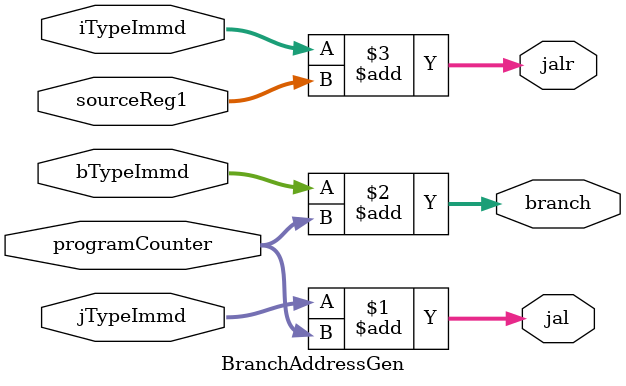
<source format=sv>
`timescale 1ns / 1ps


module BranchAddressGen(
    // Inputs
    input [31:0] programCounter,
    input [31:0] jTypeImmd,
    input [31:0] bTypeImmd,
    input [31:0] iTypeImmd,
    input [31:0] sourceReg1,

    // Outputs
    output logic [31:0] jal,
    output logic [31:0] branch,
    output logic [31:0] jalr
);

    // Generate the jal address
    assign jal = jTypeImmd + programCounter;

    // Generate the branch address
    assign branch = bTypeImmd + programCounter;
    
    // Generate the jalr address
    assign jalr = iTypeImmd + sourceReg1;

endmodule
</source>
